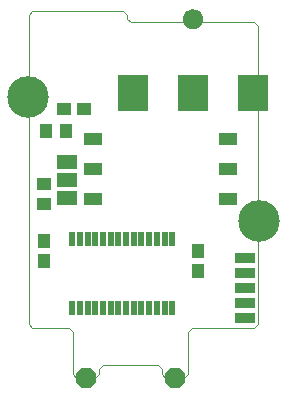
<source format=gts>
G75*
%MOIN*%
%OFA0B0*%
%FSLAX25Y25*%
%IPPOS*%
%LPD*%
%AMOC8*
5,1,8,0,0,1.08239X$1,22.5*
%
%ADD10C,0.00000*%
%ADD11R,0.01975X0.05124*%
%ADD12R,0.04337X0.04731*%
%ADD13R,0.04731X0.04337*%
%ADD14R,0.06699X0.03550*%
%ADD15R,0.10400X0.12400*%
%ADD16C,0.06699*%
%ADD17R,0.06400X0.04400*%
%ADD18OC8,0.06700*%
%ADD19R,0.06700X0.05000*%
%ADD20C,0.13849*%
D10*
X0009487Y0021562D02*
X0021674Y0021562D01*
X0022924Y0020313D01*
X0022924Y0006250D01*
X0024174Y0005000D01*
X0030424Y0005000D01*
X0031674Y0006250D01*
X0031674Y0007812D01*
X0032924Y0009063D01*
X0051362Y0009063D01*
X0052612Y0007812D01*
X0052612Y0006250D01*
X0053862Y0005000D01*
X0060112Y0005000D01*
X0061362Y0006250D01*
X0061362Y0020313D01*
X0062612Y0021562D01*
X0083549Y0021562D01*
X0084799Y0022812D01*
X0084799Y0122187D01*
X0083549Y0123437D01*
X0042299Y0123437D01*
X0041049Y0124687D01*
X0041049Y0125937D01*
X0039799Y0127187D01*
X0009487Y0127187D01*
X0008237Y0125937D01*
X0008237Y0022812D01*
X0009487Y0021562D01*
X0059774Y0124560D02*
X0059776Y0124672D01*
X0059782Y0124783D01*
X0059792Y0124895D01*
X0059806Y0125006D01*
X0059823Y0125116D01*
X0059845Y0125226D01*
X0059871Y0125335D01*
X0059900Y0125443D01*
X0059933Y0125549D01*
X0059970Y0125655D01*
X0060011Y0125759D01*
X0060056Y0125862D01*
X0060104Y0125963D01*
X0060155Y0126062D01*
X0060210Y0126159D01*
X0060269Y0126254D01*
X0060330Y0126348D01*
X0060395Y0126439D01*
X0060464Y0126527D01*
X0060535Y0126613D01*
X0060609Y0126697D01*
X0060687Y0126777D01*
X0060767Y0126855D01*
X0060850Y0126931D01*
X0060935Y0127003D01*
X0061023Y0127072D01*
X0061113Y0127138D01*
X0061206Y0127200D01*
X0061301Y0127260D01*
X0061398Y0127316D01*
X0061496Y0127368D01*
X0061597Y0127417D01*
X0061699Y0127462D01*
X0061803Y0127504D01*
X0061908Y0127542D01*
X0062015Y0127576D01*
X0062122Y0127606D01*
X0062231Y0127633D01*
X0062340Y0127655D01*
X0062451Y0127674D01*
X0062561Y0127689D01*
X0062673Y0127700D01*
X0062784Y0127707D01*
X0062896Y0127710D01*
X0063008Y0127709D01*
X0063120Y0127704D01*
X0063231Y0127695D01*
X0063342Y0127682D01*
X0063453Y0127665D01*
X0063563Y0127645D01*
X0063672Y0127620D01*
X0063780Y0127592D01*
X0063887Y0127559D01*
X0063993Y0127523D01*
X0064097Y0127483D01*
X0064200Y0127440D01*
X0064302Y0127393D01*
X0064401Y0127342D01*
X0064499Y0127288D01*
X0064595Y0127230D01*
X0064689Y0127169D01*
X0064780Y0127105D01*
X0064869Y0127038D01*
X0064956Y0126967D01*
X0065040Y0126893D01*
X0065122Y0126817D01*
X0065200Y0126737D01*
X0065276Y0126655D01*
X0065349Y0126570D01*
X0065419Y0126483D01*
X0065485Y0126393D01*
X0065549Y0126301D01*
X0065609Y0126207D01*
X0065666Y0126111D01*
X0065719Y0126012D01*
X0065769Y0125912D01*
X0065815Y0125811D01*
X0065858Y0125707D01*
X0065897Y0125602D01*
X0065932Y0125496D01*
X0065963Y0125389D01*
X0065991Y0125280D01*
X0066014Y0125171D01*
X0066034Y0125061D01*
X0066050Y0124950D01*
X0066062Y0124839D01*
X0066070Y0124728D01*
X0066074Y0124616D01*
X0066074Y0124504D01*
X0066070Y0124392D01*
X0066062Y0124281D01*
X0066050Y0124170D01*
X0066034Y0124059D01*
X0066014Y0123949D01*
X0065991Y0123840D01*
X0065963Y0123731D01*
X0065932Y0123624D01*
X0065897Y0123518D01*
X0065858Y0123413D01*
X0065815Y0123309D01*
X0065769Y0123208D01*
X0065719Y0123108D01*
X0065666Y0123009D01*
X0065609Y0122913D01*
X0065549Y0122819D01*
X0065485Y0122727D01*
X0065419Y0122637D01*
X0065349Y0122550D01*
X0065276Y0122465D01*
X0065200Y0122383D01*
X0065122Y0122303D01*
X0065040Y0122227D01*
X0064956Y0122153D01*
X0064869Y0122082D01*
X0064780Y0122015D01*
X0064689Y0121951D01*
X0064595Y0121890D01*
X0064499Y0121832D01*
X0064401Y0121778D01*
X0064302Y0121727D01*
X0064200Y0121680D01*
X0064097Y0121637D01*
X0063993Y0121597D01*
X0063887Y0121561D01*
X0063780Y0121528D01*
X0063672Y0121500D01*
X0063563Y0121475D01*
X0063453Y0121455D01*
X0063342Y0121438D01*
X0063231Y0121425D01*
X0063120Y0121416D01*
X0063008Y0121411D01*
X0062896Y0121410D01*
X0062784Y0121413D01*
X0062673Y0121420D01*
X0062561Y0121431D01*
X0062451Y0121446D01*
X0062340Y0121465D01*
X0062231Y0121487D01*
X0062122Y0121514D01*
X0062015Y0121544D01*
X0061908Y0121578D01*
X0061803Y0121616D01*
X0061699Y0121658D01*
X0061597Y0121703D01*
X0061496Y0121752D01*
X0061398Y0121804D01*
X0061301Y0121860D01*
X0061206Y0121920D01*
X0061113Y0121982D01*
X0061023Y0122048D01*
X0060935Y0122117D01*
X0060850Y0122189D01*
X0060767Y0122265D01*
X0060687Y0122343D01*
X0060609Y0122423D01*
X0060535Y0122507D01*
X0060464Y0122593D01*
X0060395Y0122681D01*
X0060330Y0122772D01*
X0060269Y0122866D01*
X0060210Y0122961D01*
X0060155Y0123058D01*
X0060104Y0123157D01*
X0060056Y0123258D01*
X0060011Y0123361D01*
X0059970Y0123465D01*
X0059933Y0123571D01*
X0059900Y0123677D01*
X0059871Y0123785D01*
X0059845Y0123894D01*
X0059823Y0124004D01*
X0059806Y0124114D01*
X0059792Y0124225D01*
X0059782Y0124337D01*
X0059776Y0124448D01*
X0059774Y0124560D01*
D11*
X0056121Y0051105D03*
X0053562Y0051105D03*
X0051003Y0051105D03*
X0048444Y0051105D03*
X0045885Y0051105D03*
X0043325Y0051105D03*
X0040766Y0051105D03*
X0038207Y0051105D03*
X0035648Y0051105D03*
X0033089Y0051105D03*
X0030530Y0051105D03*
X0027971Y0051105D03*
X0025412Y0051105D03*
X0022853Y0051105D03*
X0022853Y0028270D03*
X0025412Y0028270D03*
X0027971Y0028270D03*
X0030530Y0028270D03*
X0033089Y0028270D03*
X0035648Y0028270D03*
X0038207Y0028270D03*
X0040766Y0028270D03*
X0043325Y0028270D03*
X0045885Y0028270D03*
X0048444Y0028270D03*
X0051003Y0028270D03*
X0053562Y0028270D03*
X0056121Y0028270D03*
D12*
X0064799Y0040404D03*
X0064799Y0047096D03*
X0020646Y0087187D03*
X0013953Y0087187D03*
X0013237Y0050534D03*
X0013237Y0043841D03*
D13*
X0013237Y0062904D03*
X0013237Y0069596D03*
X0019890Y0094687D03*
X0026583Y0094687D03*
D14*
X0080424Y0045000D03*
X0080424Y0040000D03*
X0080424Y0035000D03*
X0080424Y0030000D03*
X0080424Y0025000D03*
D15*
X0082924Y0099937D03*
X0062924Y0099937D03*
X0042924Y0099937D03*
D16*
X0062924Y0124560D03*
D17*
X0074799Y0084688D03*
X0074799Y0074688D03*
X0074799Y0064687D03*
X0029799Y0064687D03*
X0029799Y0074688D03*
X0029799Y0084688D03*
D18*
X0027299Y0005000D03*
X0056987Y0005000D03*
D19*
X0021049Y0064937D03*
X0021049Y0070938D03*
X0021049Y0076938D03*
D20*
X0007924Y0098437D03*
X0085112Y0057187D03*
M02*

</source>
